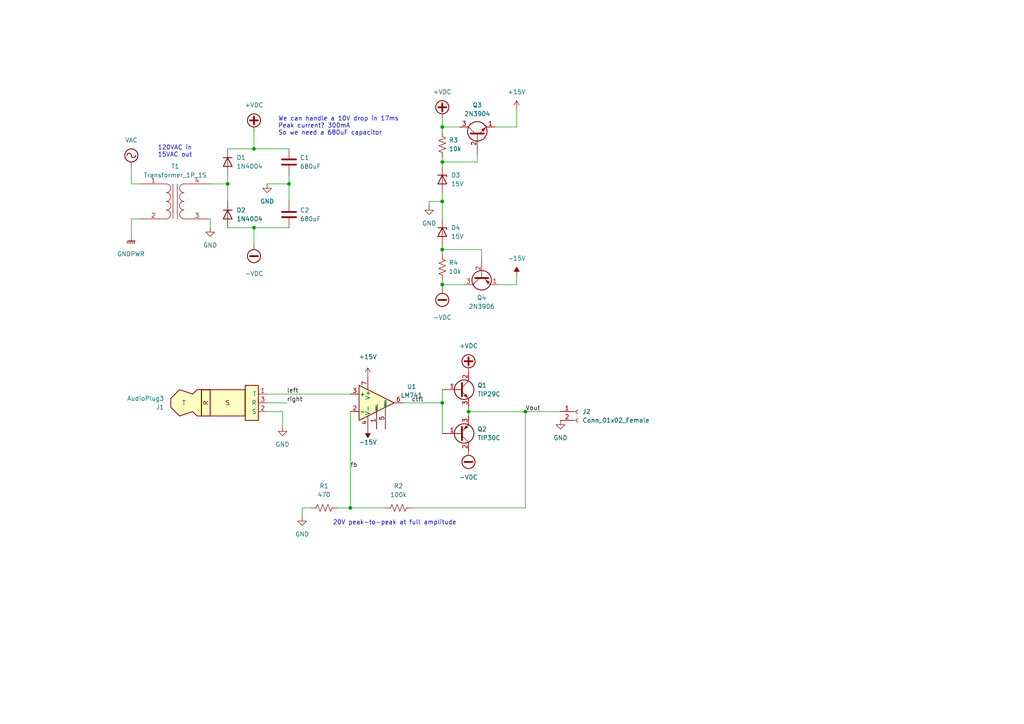
<source format=kicad_sch>
(kicad_sch (version 20211123) (generator eeschema)
  (paper "A4")
  (lib_symbols
    (symbol "Amplifier_Operational:LM741" (pin_names (offset 0.127))
      (property "Reference" "U" (at 0 6.35 0))
      (property "Value" "LM741" (at 0 3.81 0))
      (symbol "LM741_0_1"
        (polyline (pts (xy -5.08 5.08) (xy 5.08 0) (xy -5.08 -5.08) (xy -5.08 5.08)) (stroke (width 0.254)) (fill (type background)))
      )
      (symbol "LM741_1_1"
        (pin input line (at 0 -7.62 90) (length 5.08) (name "NULL") (number "1"))
        (pin input line (at -7.62 -2.54 0) (length 2.54) (name "-") (number "2"))
        (pin input line (at -7.62 2.54 0) (length 2.54) (name "+") (number "3"))
        (pin power_in line (at -2.54 -7.62 90) (length 3.81) (name "V-") (number "4"))
        (pin input line (at 2.54 -7.62 90) (length 6.35) (name "NULL") (number "5"))
        (pin output line (at 7.62 0 180) (length 2.54) (name "~") (number "6"))
        (pin power_in line (at -2.54 7.62 270) (length 3.81) (name "V+") (number "7"))
        (pin no_connect line (at 0 2.54 270) (length 2.54) hide (name "NC") (number "8"))
      )
    )
    (symbol "Connector:AudioPlug3"
      (property "Reference" "J1" (at -14.605 1.2701 0))
      (property "Value" "AudioPlug3" (at -14.605 -1.2699 0))
      (symbol "AudioPlug3_0_0"
        (text "R" (at -2.54 0 900) (effects (font (size 1.27 1.27))))
      )
      (symbol "AudioPlug3_0_1"
        (rectangle (start -3.81 3.81) (end -1.27 -3.81) (stroke (width 0.254)))
        (rectangle (start -1.27 -1.27) (end -1.27 -1.27))
      )
      (symbol "AudioPlug3_1_0"
        (text "S" (at 3.81 0 0) (effects (font (size 1.27 1.27))))
        (text "T" (at -8.89 0 0) (effects (font (size 1.27 1.27))))
      )
      (symbol "AudioPlug3_1_1"
        (rectangle (start -3.81 3.81) (end 8.89 -3.81) (stroke (width 0.254)) (fill (type background)))
        (polyline (pts (xy -3.81 3.81) (xy -5.08 3.81) (xy -6.35 2.54) (xy -10.16 3.81) (xy -12.7 1.27) (xy -12.7 -1.27) (xy -10.16 -3.81) (xy -6.35 -2.54) (xy -5.08 -3.81) (xy -3.81 -3.81) (xy -3.81 3.81)) (stroke (width 0.254)) (fill (type background)))
        (rectangle (start 12.7 5.08) (end 8.89 -5.08) (stroke (width 0.254)) (fill (type background)))
        (pin passive line (at 15.24 -2.54 180) (length 2.54) (name "T") (number "1"))
        (pin passive line (at 15.24 2.54 180) (length 2.54) (name "S") (number "2"))
        (pin passive line (at 15.24 0 180) (length 2.54) (name "R") (number "3"))
      )
    )
    (symbol "Connector:Conn_01x02_Female" (pin_names (offset 1.016) hide)
      (property "Reference" "J" (at 0 2.54 0))
      (property "Value" "Conn_01x02_Female" (at 0 -5.08 0))
      (symbol "Conn_01x02_Female_1_1"
        (arc (start 0 -2.032) (mid -0.508 -2.54) (end 0 -3.048) (stroke (width 0.1524)))
        (polyline (pts (xy -1.27 -2.54) (xy -0.508 -2.54)) (stroke (width 0.1524)))
        (polyline (pts (xy -1.27 0) (xy -0.508 0)) (stroke (width 0.1524)))
        (arc (start 0 0.508) (mid -0.508 0) (end 0 -0.508) (stroke (width 0.1524)))
        (pin passive line (at -5.08 0 0) (length 3.81) (name "Pin_1") (number "1"))
        (pin passive line (at -5.08 -2.54 0) (length 3.81) (name "Pin_2") (number "2"))
      )
    )
    (symbol "Device:C" (pin_numbers hide) (pin_names (offset 0.254))
      (property "Reference" "C" (at 0.635 2.54 0))
      (property "Value" "C" (at 0.635 -2.54 0))
      (symbol "C_0_1"
        (polyline (pts (xy -2.032 -0.762) (xy 2.032 -0.762)) (stroke (width 0.508)))
        (polyline (pts (xy -2.032 0.762) (xy 2.032 0.762)) (stroke (width 0.508)))
      )
      (symbol "C_1_1"
        (pin passive line (at 0 3.81 270) (length 2.794) (name "~") (number "1"))
        (pin passive line (at 0 -3.81 90) (length 2.794) (name "~") (number "2"))
      )
    )
    (symbol "Device:D_Zener" (pin_numbers hide) (pin_names (offset 1.016) hide)
      (property "Reference" "D" (at 0 2.54 0))
      (property "Value" "D_Zener" (at 0 -2.54 0))
      (symbol "D_Zener_0_1"
        (polyline (pts (xy 1.27 0) (xy -1.27 0)))
        (polyline (pts (xy -1.27 -1.27) (xy -1.27 1.27) (xy -0.762 1.27)) (stroke (width 0.254)))
        (polyline (pts (xy 1.27 -1.27) (xy 1.27 1.27) (xy -1.27 0) (xy 1.27 -1.27)) (stroke (width 0.254)))
      )
      (symbol "D_Zener_1_1"
        (pin passive line (at -3.81 0 0) (length 2.54) (name "K") (number "1"))
        (pin passive line (at 3.81 0 180) (length 2.54) (name "A") (number "2"))
      )
    )
    (symbol "Device:Q_NPN_BCE" (pin_names (offset 0) hide)
      (property "Reference" "Q" (at 5.08 1.27 0))
      (property "Value" "Q_NPN_BCE" (at 5.08 -1.27 0))
      (symbol "Q_NPN_BCE_0_1"
        (polyline (pts (xy 0.635 0.635) (xy 2.54 2.54)))
        (polyline (pts (xy 0.635 -0.635) (xy 2.54 -2.54) (xy 2.54 -2.54)))
        (polyline (pts (xy 0.635 1.905) (xy 0.635 -1.905) (xy 0.635 -1.905)) (stroke (width 0.508)))
        (polyline (pts (xy 1.27 -1.778) (xy 1.778 -1.27) (xy 2.286 -2.286) (xy 1.27 -1.778) (xy 1.27 -1.778)) (fill (type outline)))
        (circle (center 1.27 0) (radius 2.8194) (stroke (width 0.254)))
      )
      (symbol "Q_NPN_BCE_1_1"
        (pin input line (at -5.08 0 0) (length 5.715) (name "B") (number "1"))
        (pin passive line (at 2.54 5.08 270) (length 2.54) (name "C") (number "2"))
        (pin passive line (at 2.54 -5.08 90) (length 2.54) (name "E") (number "3"))
      )
    )
    (symbol "Device:Q_PNP_BCE" (pin_names (offset 0) hide)
      (property "Reference" "Q" (at 5.08 1.27 0))
      (property "Value" "Q_PNP_BCE" (at 5.08 -1.27 0))
      (symbol "Q_PNP_BCE_0_1"
        (polyline (pts (xy 0.635 0.635) (xy 2.54 2.54)))
        (polyline (pts (xy 0.635 -0.635) (xy 2.54 -2.54) (xy 2.54 -2.54)))
        (polyline (pts (xy 0.635 1.905) (xy 0.635 -1.905) (xy 0.635 -1.905)) (stroke (width 0.508)))
        (polyline (pts (xy 2.286 -1.778) (xy 1.778 -2.286) (xy 1.27 -1.27) (xy 2.286 -1.778) (xy 2.286 -1.778)) (fill (type outline)))
        (circle (center 1.27 0) (radius 2.8194) (stroke (width 0.254)))
      )
      (symbol "Q_PNP_BCE_1_1"
        (pin input line (at -5.08 0 0) (length 5.715) (name "B") (number "1"))
        (pin passive line (at 2.54 5.08 270) (length 2.54) (name "C") (number "2"))
        (pin passive line (at 2.54 -5.08 90) (length 2.54) (name "E") (number "3"))
      )
    )
    (symbol "Device:R_US" (pin_numbers hide) (pin_names (offset 0))
      (property "Reference" "R" (at 2.54 0 90))
      (property "Value" "R_US" (at -2.54 0 90))
      (symbol "R_US_0_1"
        (polyline (pts (xy 0 -2.286) (xy 0 -2.54)))
        (polyline (pts (xy 0 2.286) (xy 0 2.54)))
        (polyline (pts (xy 0 -0.762) (xy 1.016 -1.143) (xy 0 -1.524) (xy -1.016 -1.905) (xy 0 -2.286)))
        (polyline (pts (xy 0 0.762) (xy 1.016 0.381) (xy 0 0) (xy -1.016 -0.381) (xy 0 -0.762)))
        (polyline (pts (xy 0 2.286) (xy 1.016 1.905) (xy 0 1.524) (xy -1.016 1.143) (xy 0 0.762)))
      )
      (symbol "R_US_1_1"
        (pin passive line (at 0 3.81 270) (length 1.27) (name "~") (number "1"))
        (pin passive line (at 0 -3.81 90) (length 1.27) (name "~") (number "2"))
      )
    )
    (symbol "Device:Transformer_1P_1S" (pin_names (offset 1.016) hide)
      (property "Reference" "T" (at 0 6.35 0))
      (property "Value" "Transformer_1P_1S" (at 0 -7.62 0))
      (symbol "Transformer_1P_1S_0_1"
        (arc (start -2.54 -5.0546) (mid -1.6599 -4.6901) (end -1.27 -3.81))
        (arc (start -2.54 -2.5146) (mid -1.6599 -2.1501) (end -1.27 -1.27))
        (arc (start -2.54 0.0254) (mid -1.6599 0.3899) (end -1.27 1.27))
        (arc (start -2.54 2.5654) (mid -1.6599 2.9299) (end -1.27 3.81))
        (arc (start -1.27 -3.81) (mid -1.642 -2.912) (end -2.54 -2.54))
        (arc (start -1.27 -1.27) (mid -1.642 -0.372) (end -2.54 0))
        (arc (start -1.27 1.27) (mid -1.642 2.168) (end -2.54 2.54))
        (arc (start -1.27 3.81) (mid -1.642 4.708) (end -2.54 5.08))
        (polyline (pts (xy -0.635 5.08) (xy -0.635 -5.08)))
        (polyline (pts (xy 0.635 -5.08) (xy 0.635 5.08)))
        (arc (start 1.2954 -1.27) (mid 1.6599 -2.1501) (end 2.54 -2.5146))
        (arc (start 1.2954 1.27) (mid 1.6599 0.3899) (end 2.54 0.0254))
        (arc (start 1.2954 3.81) (mid 1.6599 2.9299) (end 2.54 2.5654))
        (arc (start 1.3208 -3.81) (mid 1.6853 -4.6901) (end 2.5654 -5.0546))
        (arc (start 2.54 0) (mid 1.642 -0.372) (end 1.2954 -1.27))
        (arc (start 2.54 2.54) (mid 1.642 2.168) (end 1.2954 1.27))
        (arc (start 2.54 5.08) (mid 1.642 4.708) (end 1.2954 3.81))
        (arc (start 2.5654 -2.54) (mid 1.6674 -2.912) (end 1.3208 -3.81))
      )
      (symbol "Transformer_1P_1S_1_1"
        (pin passive line (at -10.16 5.08 0) (length 7.62) (name "AA") (number "1"))
        (pin passive line (at -10.16 -5.08 0) (length 7.62) (name "AB") (number "2"))
        (pin passive line (at 10.16 -5.08 180) (length 7.62) (name "SA") (number "3"))
        (pin passive line (at 10.16 5.08 180) (length 7.62) (name "SB") (number "4"))
      )
    )
    (symbol "Diode:1N4004" (pin_numbers hide) (pin_names (offset 1.016) hide)
      (property "Reference" "D" (at 0 2.54 0))
      (property "Value" "1N4004" (at 0 -2.54 0))
      (symbol "1N4004_0_1"
        (polyline (pts (xy -1.27 1.27) (xy -1.27 -1.27)) (stroke (width 0.254)))
        (polyline (pts (xy 1.27 0) (xy -1.27 0)))
        (polyline (pts (xy 1.27 1.27) (xy 1.27 -1.27) (xy -1.27 0) (xy 1.27 1.27)) (stroke (width 0.254)))
      )
      (symbol "1N4004_1_1"
        (pin passive line (at -3.81 0 0) (length 2.54) (name "K") (number "1"))
        (pin passive line (at 3.81 0 180) (length 2.54) (name "A") (number "2"))
      )
    )
    (symbol "Transistor_BJT:2N3904" (pin_names (offset 0) hide)
      (property "Reference" "Q" (at 5.08 1.905 0))
      (property "Value" "2N3904" (at 5.08 0 0))
      (symbol "2N3904_0_1"
        (polyline (pts (xy 0.635 0.635) (xy 2.54 2.54)))
        (polyline (pts (xy 0.635 -0.635) (xy 2.54 -2.54) (xy 2.54 -2.54)))
        (polyline (pts (xy 0.635 1.905) (xy 0.635 -1.905) (xy 0.635 -1.905)) (stroke (width 0.508)))
        (polyline (pts (xy 1.27 -1.778) (xy 1.778 -1.27) (xy 2.286 -2.286) (xy 1.27 -1.778) (xy 1.27 -1.778)) (fill (type outline)))
        (circle (center 1.27 0) (radius 2.8194) (stroke (width 0.254)))
      )
      (symbol "2N3904_1_1"
        (pin passive line (at 2.54 -5.08 90) (length 2.54) (name "E") (number "1"))
        (pin passive line (at -5.08 0 0) (length 5.715) (name "B") (number "2"))
        (pin passive line (at 2.54 5.08 270) (length 2.54) (name "C") (number "3"))
      )
    )
    (symbol "Transistor_BJT:2N3906" (pin_names (offset 0) hide)
      (property "Reference" "Q" (at 5.08 1.905 0))
      (property "Value" "2N3906" (at 5.08 0 0))
      (symbol "2N3906_0_1"
        (polyline (pts (xy 0.635 0.635) (xy 2.54 2.54)))
        (polyline (pts (xy 0.635 -0.635) (xy 2.54 -2.54) (xy 2.54 -2.54)))
        (polyline (pts (xy 0.635 1.905) (xy 0.635 -1.905) (xy 0.635 -1.905)) (stroke (width 0.508)))
        (polyline (pts (xy 2.286 -1.778) (xy 1.778 -2.286) (xy 1.27 -1.27) (xy 2.286 -1.778) (xy 2.286 -1.778)) (fill (type outline)))
        (circle (center 1.27 0) (radius 2.8194) (stroke (width 0.254)))
      )
      (symbol "2N3906_1_1"
        (pin passive line (at 2.54 -5.08 90) (length 2.54) (name "E") (number "1"))
        (pin input line (at -5.08 0 0) (length 5.715) (name "B") (number "2"))
        (pin passive line (at 2.54 5.08 270) (length 2.54) (name "C") (number "3"))
      )
    )
    (symbol "power:+15V" (power) (pin_names (offset 0))
      (property "Value" "+15V" (at 0 3.556 0))
      (symbol "+15V_0_1"
        (polyline (pts (xy -0.762 1.27) (xy 0 2.54)))
        (polyline (pts (xy 0 0) (xy 0 2.54)))
        (polyline (pts (xy 0 2.54) (xy 0.762 1.27)))
      )
      (symbol "+15V_1_1"
        (pin power_in line (at 0 0 90) (length 0) hide (name "+15V") (number "1"))
      )
    )
    (symbol "power:+VDC" (power) (pin_names (offset 0))
      (property "Value" "+VDC" (at 0 6.35 0))
      (symbol "+VDC_0_1"
        (polyline (pts (xy -1.143 3.175) (xy 1.143 3.175)) (stroke (width 0.508)))
        (polyline (pts (xy 0 0) (xy 0 1.27)))
        (polyline (pts (xy 0 2.032) (xy 0 4.318)) (stroke (width 0.508)))
        (circle (center 0 3.175) (radius 1.905) (stroke (width 0.254)))
      )
      (symbol "+VDC_1_1"
        (pin power_in line (at 0 0 90) (length 0) hide (name "+VDC") (number "1"))
      )
    )
    (symbol "power:-15V" (power) (pin_names (offset 0))
      (property "Value" "-15V" (at 0 3.81 0))
      (symbol "-15V_0_0"
        (pin power_in line (at 0 0 90) (length 0) hide (name "-15V") (number "1"))
      )
      (symbol "-15V_0_1"
        (polyline (pts (xy 0 0) (xy 0 1.27) (xy 0.762 1.27) (xy 0 2.54) (xy -0.762 1.27) (xy 0 1.27)) (fill (type outline)))
      )
    )
    (symbol "power:-VDC" (power) (pin_names (offset 0))
      (property "Value" "-VDC" (at 0 6.35 0))
      (symbol "-VDC_0_1"
        (polyline (pts (xy -1.143 3.175) (xy 1.143 3.175)) (stroke (width 0.508)))
        (polyline (pts (xy 0 0) (xy 0 1.27)))
        (circle (center 0 3.175) (radius 1.905) (stroke (width 0.254)))
      )
      (symbol "-VDC_1_1"
        (pin power_in line (at 0 0 90) (length 0) hide (name "-VDC") (number "1"))
      )
    )
    (symbol "power:GND" (power) (pin_names (offset 0))
      (property "Value" "GND" (at 0 -3.81 0))
      (symbol "GND_0_1"
        (polyline (pts (xy 0 0) (xy 0 -1.27) (xy 1.27 -1.27) (xy 0 -2.54) (xy -1.27 -1.27) (xy 0 -1.27)))
      )
      (symbol "GND_1_1"
        (pin power_in line (at 0 0 270) (length 0) hide (name "GND") (number "1"))
      )
    )
    (symbol "power:GNDPWR" (power) (pin_names (offset 0))
      (property "Value" "GNDPWR" (at 0 -3.302 0))
      (symbol "GNDPWR_0_1"
        (polyline (pts (xy 0 -1.27) (xy 0 0)))
        (polyline (pts (xy -1.016 -1.27) (xy -1.27 -2.032) (xy -1.27 -2.032)) (stroke (width 0.2032)))
        (polyline (pts (xy -0.508 -1.27) (xy -0.762 -2.032) (xy -0.762 -2.032)) (stroke (width 0.2032)))
        (polyline (pts (xy 0 -1.27) (xy -0.254 -2.032) (xy -0.254 -2.032)) (stroke (width 0.2032)))
        (polyline (pts (xy 0.508 -1.27) (xy 0.254 -2.032) (xy 0.254 -2.032)) (stroke (width 0.2032)))
        (polyline (pts (xy 1.016 -1.27) (xy -1.016 -1.27) (xy -1.016 -1.27)) (stroke (width 0.2032)))
        (polyline (pts (xy 1.016 -1.27) (xy 0.762 -2.032) (xy 0.762 -2.032) (xy 0.762 -2.032)) (stroke (width 0.2032)))
      )
      (symbol "GNDPWR_1_1"
        (pin power_in line (at 0 0 270) (length 0) hide (name "GNDPWR") (number "1"))
      )
    )
    (symbol "power:VAC" (power) (pin_names (offset 0))
      (property "Value" "VAC" (at 0 6.35 0))
      (symbol "VAC_0_1"
        (polyline (pts (xy 0 0) (xy 0 1.27)))
        (arc (start 0 3.175) (mid -0.635 3.81) (end -1.27 3.175) (stroke (width 0.254)))
        (arc (start 0 3.175) (mid 0.635 2.54) (end 1.27 3.175) (stroke (width 0.254)))
        (circle (center 0 3.175) (radius 1.905) (stroke (width 0.254)))
      )
      (symbol "VAC_1_1"
        (pin power_in line (at 0 0 90) (length 0) hide (name "VAC") (number "1"))
      )
    )
  )
  (junction (at 128.27 72.39))
  (junction (at 128.27 116.84))
  (junction (at 101.6 147.32))
  (junction (at 128.27 58.42))
  (junction (at 128.27 46.99))
  (junction (at 73.66 66.04))
  (junction (at 128.27 82.55))
  (junction (at 73.66 43.18))
  (junction (at 135.89 119.38))
  (junction (at 128.27 36.83))
  (junction (at 66.04 53.34))
  (junction (at 152.4 119.38))
  (junction (at 83.82 53.34))
  (wire (pts (xy 66.04 53.34) (xy 66.04 50.8)))
  (wire (pts (xy 116.84 116.84) (xy 128.27 116.84)))
  (wire (pts (xy 38.1 48.26) (xy 38.1 53.34)))
  (wire (pts (xy 134.62 82.55) (xy 128.27 82.55)))
  (wire (pts (xy 128.27 81.28) (xy 128.27 82.55)))
  (wire (pts (xy 135.89 119.38) (xy 152.4 119.38)))
  (wire (pts (xy 128.27 46.99) (xy 138.43 46.99)))
  (wire (pts (xy 128.27 45.72) (xy 128.27 46.99)))
  (wire (pts (xy 128.27 55.88) (xy 128.27 58.42)))
  (wire (pts (xy 83.82 50.8) (xy 83.82 53.34)))
  (wire (pts (xy 111.76 147.32) (xy 101.6 147.32)))
  (wire (pts (xy 139.7 72.39) (xy 139.7 74.93)))
  (wire (pts (xy 128.27 36.83) (xy 128.27 38.1)))
  (wire (pts (xy 152.4 119.38) (xy 152.4 147.32)))
  (wire (pts (xy 73.66 66.04) (xy 83.82 66.04)))
  (wire (pts (xy 77.47 116.84) (xy 83.185 116.84)))
  (wire (pts (xy 66.04 66.04) (xy 73.66 66.04)))
  (wire (pts (xy 97.79 147.32) (xy 101.6 147.32)))
  (wire (pts (xy 128.27 72.39) (xy 128.27 73.66)))
  (wire (pts (xy 135.89 118.11) (xy 135.89 119.38)))
  (wire (pts (xy 66.04 43.18) (xy 73.66 43.18)))
  (wire (pts (xy 144.78 82.55) (xy 149.86 82.55)))
  (wire (pts (xy 128.27 46.99) (xy 128.27 48.26)))
  (wire (pts (xy 38.1 53.34) (xy 40.64 53.34)))
  (wire (pts (xy 77.47 114.3) (xy 101.6 114.3)))
  (wire (pts (xy 128.27 82.55) (xy 128.27 83.82)))
  (wire (pts (xy 87.63 147.32) (xy 87.63 149.86)))
  (wire (pts (xy 149.86 36.83) (xy 149.86 31.75)))
  (wire (pts (xy 162.56 119.38) (xy 152.4 119.38)))
  (wire (pts (xy 124.46 58.42) (xy 124.46 59.69)))
  (wire (pts (xy 81.915 123.825) (xy 81.915 119.38)))
  (wire (pts (xy 128.27 72.39) (xy 139.7 72.39)))
  (wire (pts (xy 138.43 44.45) (xy 138.43 46.99)))
  (wire (pts (xy 135.89 119.38) (xy 135.89 120.65)))
  (wire (pts (xy 60.96 63.5) (xy 60.96 66.04)))
  (wire (pts (xy 128.27 116.84) (xy 128.27 125.73)))
  (wire (pts (xy 101.6 119.38) (xy 101.6 147.32)))
  (wire (pts (xy 60.96 53.34) (xy 66.04 53.34)))
  (wire (pts (xy 73.66 66.04) (xy 73.66 71.12)))
  (wire (pts (xy 149.86 82.55) (xy 149.86 80.01)))
  (wire (pts (xy 143.51 36.83) (xy 149.86 36.83)))
  (wire (pts (xy 128.27 36.83) (xy 133.35 36.83)))
  (wire (pts (xy 128.27 34.29) (xy 128.27 36.83)))
  (wire (pts (xy 83.82 53.34) (xy 83.82 58.42)))
  (wire (pts (xy 128.27 58.42) (xy 128.27 63.5)))
  (wire (pts (xy 128.27 113.03) (xy 128.27 116.84)))
  (wire (pts (xy 66.04 53.34) (xy 66.04 58.42)))
  (wire (pts (xy 90.17 147.32) (xy 87.63 147.32)))
  (wire (pts (xy 128.27 58.42) (xy 124.46 58.42)))
  (wire (pts (xy 40.64 63.5) (xy 38.1 63.5)))
  (wire (pts (xy 38.1 63.5) (xy 38.1 68.58)))
  (wire (pts (xy 119.38 147.32) (xy 152.4 147.32)))
  (wire (pts (xy 81.915 119.38) (xy 77.47 119.38)))
  (wire (pts (xy 73.66 38.1) (xy 73.66 43.18)))
  (wire (pts (xy 73.66 43.18) (xy 83.82 43.18)))
  (wire (pts (xy 128.27 71.12) (xy 128.27 72.39)))
  (wire (pts (xy 77.47 53.34) (xy 83.82 53.34)))
  (text "20V peak-to-peak at full amplitude" (at 96.52 152.4 0) (effects (font (size 1.27 1.27)) (justify left bottom)))
  (text "We can handle a 10V drop in 17ms\nPeak current? 300mA\nSo we need a 680uF capacitor" (at 80.645 39.37 0) (effects (font (size 1.27 1.27)) (justify left bottom)))
  (text "120VAC in\n15VAC out" (at 45.72 45.72 0) (effects (font (size 1.27 1.27)) (justify left bottom)))
  (label "right" (at 83.185 116.84 0))
  (label "left" (at 83.185 114.3 0))
  (label "fb" (at 101.6 135.89 0))
  (label "ctrl" (at 119.38 116.84 0))
  (label "Vout" (at 152.4 119.38 0))
  (symbol (lib_id "power:GND") (at 81.915 123.825 0) (unit 1)
    (property "Reference" "#PWR0101" (effects hide))
    (property "Value" "GND" (at 81.915 128.905 0))
  )
  (symbol (lib_id "Device:R_US") (at 128.27 41.91 0) (unit 1)
    (property "Reference" "R3" (at 130.175 40.6399 0) (effects (justify left)))
    (property "Value" "10k" (at 130.175 43.1799 0) (effects (justify left)))
    (property "Footprint" "Resistor_THT:R_Axial_DIN0204_L3.6mm_D1.6mm_P5.08mm_Horizontal" (effects hide))
  )
  (symbol (lib_id "power:GNDPWR") (at 38.1 68.58 0) (unit 1)
    (property "Reference" "#PWR0108" (effects hide))
    (property "Value" "GNDPWR" (at 37.973 73.66 0))
  )
  (symbol (lib_id "Device:D_Zener") (at 128.27 67.31 270) (unit 1)
    (property "Reference" "D4" (at 130.81 66.0399 90) (effects (justify left)))
    (property "Value" "15V" (at 130.81 68.5799 90) (effects (justify left)))
    (property "Footprint" "Diode_THT:D_DO-41_SOD81_P10.16mm_Horizontal" (effects hide))
  )
  (symbol (lib_id "Device:C") (at 83.82 62.23 0) (unit 1)
    (property "Reference" "C2" (at 86.995 60.9599 0) (effects (justify left)))
    (property "Value" "680uF" (at 86.995 63.4999 0) (effects (justify left)))
    (property "Footprint" "Capacitor_THT:C_Radial_D6.3mm_H5.0mm_P2.50mm" (effects hide))
  )
  (symbol (lib_id "power:-VDC") (at 135.89 130.81 180) (unit 1)
    (property "Reference" "#PWR0103" (effects hide))
    (property "Value" "-VDC" (at 135.89 138.43 0))
  )
  (symbol (lib_id "Diode:1N4004") (at 66.04 46.99 270) (unit 1)
    (property "Reference" "D1" (at 68.58 45.7199 90) (effects (justify left)))
    (property "Value" "1N4004" (at 68.58 48.2599 90) (effects (justify left)))
    (property "Footprint" "Diode_THT:D_DO-41_SOD81_P10.16mm_Horizontal" (effects hide))
    (property "Datasheet" "http://www.vishay.com/docs/88503/1n4001.pdf" (effects hide))
  )
  (symbol (lib_id "power:GND") (at 60.96 66.04 0) (unit 1)
    (property "Reference" "#PWR0110" (effects hide))
    (property "Value" "GND" (at 60.96 71.12 0))
  )
  (symbol (lib_id "power:VAC") (at 38.1 48.26 0) (unit 1)
    (property "Reference" "#PWR0107" (effects hide))
    (property "Value" "VAC" (at 38.1 40.64 0))
  )
  (symbol (lib_id "power:GND") (at 87.63 149.86 0) (unit 1)
    (property "Reference" "#PWR0102" (effects hide))
    (property "Value" "GND" (at 87.63 154.94 0))
  )
  (symbol (lib_id "Amplifier_Operational:LM741") (at 109.22 116.84 0) (unit 1)
    (property "Reference" "U1" (at 119.38 112.141 0))
    (property "Value" "LM741" (at 119.38 114.681 0))
    (property "Footprint" "Package_DIP:DIP-8_W7.62mm" (effects hide))
    (property "Datasheet" "http://www.ti.com/lit/ds/symlink/lm741.pdf" (effects hide))
  )
  (symbol (lib_id "Device:Transformer_1P_1S") (at 50.8 58.42 0) (unit 1)
    (property "Reference" "T1" (at 50.8127 48.26 0))
    (property "Value" "Transformer_1P_1S" (at 50.8127 50.8 0))
    (property "Footprint" "Connector_PinHeader_2.54mm:PinHeader_1x04_P2.54mm_Vertical" (effects hide))
  )
  (symbol (lib_id "power:-VDC") (at 73.66 71.12 180) (unit 1)
    (property "Reference" "#PWR0111" (effects hide))
    (property "Value" "-VDC" (at 73.66 79.375 0))
  )
  (symbol (lib_id "Diode:1N4004") (at 66.04 62.23 270) (unit 1)
    (property "Reference" "D2" (at 68.58 60.9599 90) (effects (justify left)))
    (property "Value" "1N4004" (at 68.58 63.4999 90) (effects (justify left)))
    (property "Footprint" "Diode_THT:D_DO-41_SOD81_P10.16mm_Horizontal" (effects hide))
    (property "Datasheet" "http://www.vishay.com/docs/88503/1n4001.pdf" (effects hide))
  )
  (symbol (lib_id "Device:Q_NPN_BCE") (at 133.35 113.03 0) (unit 1)
    (property "Reference" "Q1" (at 138.43 111.7599 0) (effects (justify left)))
    (property "Value" "TIP29C" (at 138.43 114.2999 0) (effects (justify left)))
    (property "Footprint" "Package_TO_SOT_THT:TO-220-3_Vertical" (effects hide))
    (property "Datasheet" "https://datasheet.octopart.com/TIP30C-STMicroelectronics-datasheet-18611.pdf" (effects hide))
  )
  (symbol (lib_id "Connector:AudioPlug3") (at 62.23 116.84 0) (mirror x) (unit 1)
    (property "Reference" "J1" (at 47.625 118.1101 0) (effects (justify right)))
    (property "Value" "AudioPlug3" (at 47.625 115.5701 0) (effects (justify right)))
    (property "Footprint" "Connector_PinHeader_2.54mm:PinHeader_1x03_P2.54mm_Vertical" (effects hide))
  )
  (symbol (lib_id "Connector:Conn_01x02_Female") (at 167.64 119.38 0) (unit 1)
    (property "Reference" "J2" (at 168.91 119.3799 0) (effects (justify left)))
    (property "Value" "Conn_01x02_Female" (at 168.91 121.9199 0) (effects (justify left)))
    (property "Footprint" "Connector_PinSocket_2.54mm:PinSocket_1x02_P2.54mm_Vertical" (effects hide))
  )
  (symbol (lib_id "Device:C") (at 83.82 46.99 0) (unit 1)
    (property "Reference" "C1" (at 86.995 45.7199 0) (effects (justify left)))
    (property "Value" "680uF" (at 86.995 48.2599 0) (effects (justify left)))
    (property "Footprint" "Capacitor_THT:C_Radial_D6.3mm_H5.0mm_P2.50mm" (effects hide))
  )
  (symbol (lib_id "power:+15V") (at 106.68 109.22 0) (unit 1)
    (property "Reference" "#PWR0106" (effects hide))
    (property "Value" "+15V" (at 106.68 103.505 0))
  )
  (symbol (lib_id "power:+VDC") (at 128.27 34.29 0) (unit 1)
    (property "Reference" "#PWR0114" (effects hide))
    (property "Value" "+VDC" (at 128.27 26.67 0))
  )
  (symbol (lib_id "power:GND") (at 124.46 59.69 0) (unit 1)
    (property "Reference" "#PWR0113" (effects hide))
    (property "Value" "GND" (at 124.46 64.77 0))
  )
  (symbol (lib_id "power:-VDC") (at 128.27 83.82 180) (unit 1)
    (property "Reference" "#PWR0115" (effects hide))
    (property "Value" "-VDC" (at 128.27 92.075 0))
  )
  (symbol (lib_id "power:GND") (at 162.56 121.92 0) (unit 1)
    (property "Reference" "#PWR0118" (effects hide))
    (property "Value" "GND" (at 162.56 127 0))
  )
  (symbol (lib_id "Transistor_BJT:2N3906") (at 139.7 80.01 90) (mirror x) (unit 1)
    (property "Reference" "Q4" (at 139.7 86.36 90))
    (property "Value" "2N3906" (at 139.7 88.9 90))
    (property "Footprint" "Package_TO_SOT_THT:TO-92_Inline" (effects hide))
    (property "Datasheet" "https://www.onsemi.com/pub/Collateral/2N3906-D.PDF" (effects hide))
  )
  (symbol (lib_id "Device:Q_PNP_BCE") (at 133.35 125.73 0) (mirror x) (unit 1)
    (property "Reference" "Q2" (at 138.43 124.4599 0) (effects (justify left)))
    (property "Value" "TIP30C" (at 138.43 126.9999 0) (effects (justify left)))
    (property "Footprint" "Package_TO_SOT_THT:TO-220-3_Vertical" (effects hide))
    (property "Datasheet" "https://datasheet.octopart.com/TIP30C-STMicroelectronics-datasheet-18611.pdf" (effects hide))
  )
  (symbol (lib_id "power:GND") (at 77.47 53.34 0) (unit 1)
    (property "Reference" "#PWR0112" (effects hide))
    (property "Value" "GND" (at 77.47 58.42 0))
  )
  (symbol (lib_id "power:+15V") (at 149.86 31.75 0) (unit 1)
    (property "Reference" "#PWR0116" (effects hide))
    (property "Value" "+15V" (at 149.86 26.67 0))
  )
  (symbol (lib_id "Device:R_US") (at 93.98 147.32 90) (unit 1)
    (property "Reference" "R1" (at 93.98 140.97 90))
    (property "Value" "470" (at 93.98 143.51 90))
    (property "Footprint" "Resistor_THT:R_Axial_DIN0204_L3.6mm_D1.6mm_P5.08mm_Horizontal" (effects hide))
  )
  (symbol (lib_id "power:+VDC") (at 73.66 38.1 0) (unit 1)
    (property "Reference" "#PWR0109" (effects hide))
    (property "Value" "+VDC" (at 73.66 30.48 0))
  )
  (symbol (lib_id "power:-15V") (at 149.86 80.01 0) (unit 1)
    (property "Reference" "#PWR0117" (effects hide))
    (property "Value" "-15V" (at 149.86 74.93 0))
  )
  (symbol (lib_id "power:+VDC") (at 135.89 107.95 0) (unit 1)
    (property "Reference" "#PWR0105" (effects hide))
    (property "Value" "+VDC" (at 135.89 100.33 0))
  )
  (symbol (lib_id "Device:R_US") (at 115.57 147.32 90) (unit 1)
    (property "Reference" "R2" (at 115.57 140.97 90))
    (property "Value" "100k" (at 115.57 143.51 90))
    (property "Footprint" "Resistor_THT:R_Axial_DIN0204_L3.6mm_D1.6mm_P5.08mm_Horizontal" (effects hide))
  )
  (symbol (lib_id "Transistor_BJT:2N3904") (at 138.43 39.37 90) (unit 1)
    (property "Reference" "Q3" (at 138.43 30.48 90))
    (property "Value" "2N3904" (at 138.43 33.02 90))
    (property "Footprint" "Package_TO_SOT_THT:TO-92_Inline" (effects hide))
    (property "Datasheet" "https://www.onsemi.com/pub/Collateral/2N3903-D.PDF" (effects hide))
  )
  (symbol (lib_id "Device:R_US") (at 128.27 77.47 0) (unit 1)
    (property "Reference" "R4" (at 130.175 76.1999 0) (effects (justify left)))
    (property "Value" "10k" (at 130.175 78.7399 0) (effects (justify left)))
    (property "Footprint" "Resistor_THT:R_Axial_DIN0204_L3.6mm_D1.6mm_P5.08mm_Horizontal" (effects hide))
  )
  (symbol (lib_id "Device:D_Zener") (at 128.27 52.07 270) (unit 1)
    (property "Reference" "D3" (at 130.81 50.7999 90) (effects (justify left)))
    (property "Value" "15V" (at 130.81 53.3399 90) (effects (justify left)))
    (property "Footprint" "Diode_THT:D_DO-41_SOD81_P10.16mm_Horizontal" (effects hide))
  )
  (symbol (lib_id "power:-15V") (at 106.68 124.46 180) (unit 1)
    (property "Reference" "#PWR0104" (effects hide))
    (property "Value" "-15V" (at 106.68 128.27 0))
  )
)
</source>
